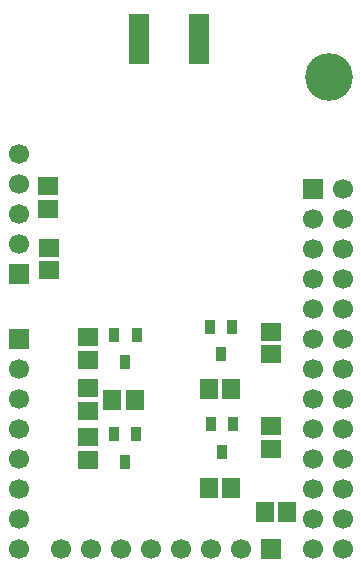
<source format=gbr>
G04 DipTrace 3.0.0.1*
G04 BottomMask.gbr*
%MOIN*%
G04 #@! TF.FileFunction,Soldermask,Bot*
G04 #@! TF.Part,Single*
%ADD34C,0.159449*%
%ADD43R,0.033465X0.049213*%
%ADD45C,0.066929*%
%ADD47R,0.066929X0.066929*%
%ADD49R,0.066929X0.059055*%
%ADD51R,0.059055X0.066929*%
%ADD55R,0.067717X0.167717*%
%FSLAX26Y26*%
G04*
G70*
G90*
G75*
G01*
G04 BotMask*
%LPD*%
D55*
X856588Y2175596D3*
X1056982Y2177565D3*
D51*
X1351103Y599103D3*
X1276299D3*
D49*
X556168Y1610389D3*
Y1685192D3*
D34*
X1490764Y2051134D3*
D47*
X457349Y1175722D3*
D45*
Y1075722D3*
Y975722D3*
Y875722D3*
Y775722D3*
Y675722D3*
Y575722D3*
Y475722D3*
D47*
X456764Y1393496D3*
D45*
Y1493496D3*
Y1593496D3*
Y1693496D3*
Y1793496D3*
D47*
X1297449Y475607D3*
D45*
X1197449D3*
X1097449D3*
X997449D3*
X897449D3*
X797449D3*
X697449D3*
X597449D3*
D43*
X1093496Y1216654D3*
X1168299D3*
X1130898Y1126103D3*
X1097701Y891701D3*
X1172504D3*
X1135103Y801150D3*
X775024Y1190575D3*
X849827D3*
X812425Y1100024D3*
X773024Y858575D3*
X847827D3*
X810425Y768024D3*
D49*
X1299213Y1200788D3*
Y1125984D3*
D51*
X1164701Y1010701D3*
X1089898D3*
D49*
X1299213Y885827D3*
Y811024D3*
D51*
X1164504Y680701D3*
X1089701D3*
D49*
X687701Y1182701D3*
Y1107898D3*
D51*
X768299Y972299D3*
X843103D3*
D49*
X687299Y938299D3*
Y1013103D3*
X688701Y848701D3*
Y773898D3*
X557349Y1405118D3*
Y1479921D3*
D47*
X1437126Y1675701D3*
D45*
X1537126D3*
X1437126Y1575701D3*
X1537126D3*
X1437126Y1475701D3*
X1537126D3*
X1437126Y1375701D3*
X1537126D3*
X1437126Y1275701D3*
X1537126D3*
X1437126Y1175701D3*
X1537126D3*
X1437126Y1075701D3*
X1537126D3*
X1437126Y975701D3*
X1537126D3*
X1437126Y875701D3*
X1537126D3*
X1437126Y775701D3*
X1537126D3*
X1437126Y675701D3*
X1537126D3*
X1437126Y575701D3*
X1537126D3*
X1437126Y475701D3*
X1537126D3*
M02*

</source>
